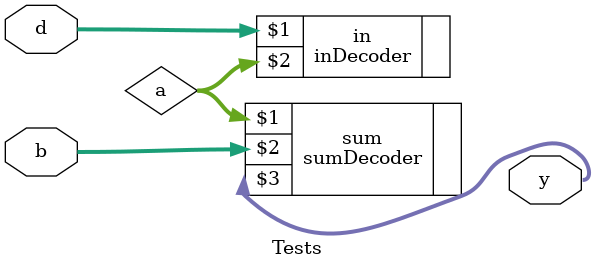
<source format=sv>
module Tests (input logic [3: 0] d, 
				  input logic [1: 0]b, 
				  output logic [1: 0] y);

	logic [1: 0] a;
	
	inDecoder in (d, a);
	
	sumDecoder sum (a, b, y);
	
endmodule

</source>
